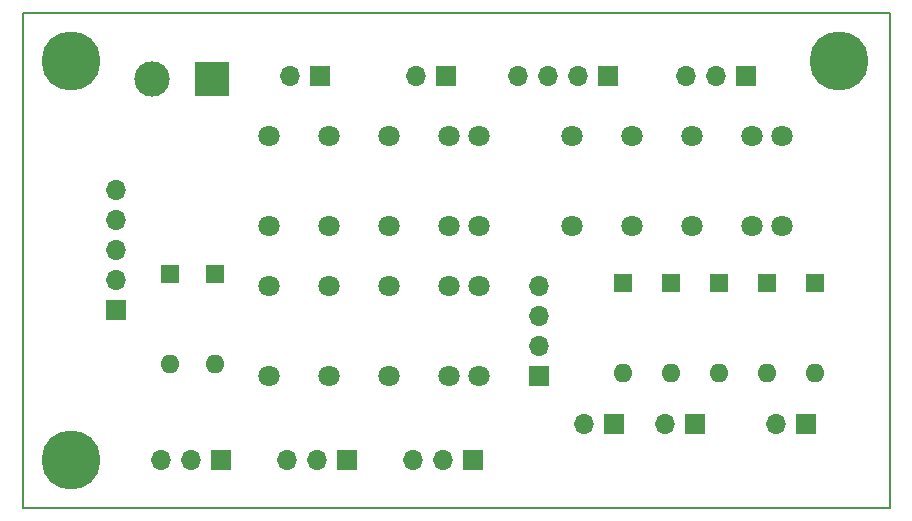
<source format=gtl>
G04 #@! TF.GenerationSoftware,KiCad,Pcbnew,5.0.2-bee76a0~70~ubuntu18.04.1*
G04 #@! TF.CreationDate,2020-04-21T14:12:21+02:00*
G04 #@! TF.ProjectId,FeuMontagne,4665754d-6f6e-4746-9167-6e652e6b6963,rev?*
G04 #@! TF.SameCoordinates,Original*
G04 #@! TF.FileFunction,Copper,L1,Top*
G04 #@! TF.FilePolarity,Positive*
%FSLAX46Y46*%
G04 Gerber Fmt 4.6, Leading zero omitted, Abs format (unit mm)*
G04 Created by KiCad (PCBNEW 5.0.2-bee76a0~70~ubuntu18.04.1) date mar. 21 avril 2020 14:12:21 CEST*
%MOMM*%
%LPD*%
G01*
G04 APERTURE LIST*
G04 #@! TA.AperFunction,NonConductor*
%ADD10C,0.150000*%
G04 #@! TD*
G04 #@! TA.AperFunction,ComponentPad*
%ADD11O,1.600000X1.600000*%
G04 #@! TD*
G04 #@! TA.AperFunction,ComponentPad*
%ADD12R,1.600000X1.600000*%
G04 #@! TD*
G04 #@! TA.AperFunction,ComponentPad*
%ADD13R,1.700000X1.700000*%
G04 #@! TD*
G04 #@! TA.AperFunction,ComponentPad*
%ADD14O,1.700000X1.700000*%
G04 #@! TD*
G04 #@! TA.AperFunction,ComponentPad*
%ADD15R,3.000000X3.000000*%
G04 #@! TD*
G04 #@! TA.AperFunction,ComponentPad*
%ADD16C,3.000000*%
G04 #@! TD*
G04 #@! TA.AperFunction,ComponentPad*
%ADD17C,1.800000*%
G04 #@! TD*
G04 #@! TA.AperFunction,ComponentPad*
%ADD18C,5.000000*%
G04 #@! TD*
G04 APERTURE END LIST*
D10*
X169672000Y-73914000D02*
X96266000Y-73914000D01*
X169672000Y-115824000D02*
X169672000Y-73914000D01*
X96266000Y-115824000D02*
X169672000Y-115824000D01*
X96266000Y-73914000D02*
X96266000Y-115824000D01*
D11*
G04 #@! TO.P,D1,2*
G04 #@! TO.N,Net-(D1-Pad2)*
X108712000Y-103632000D03*
D12*
G04 #@! TO.P,D1,1*
G04 #@! TO.N,Net-(D1-Pad1)*
X108712000Y-96012000D03*
G04 #@! TD*
D11*
G04 #@! TO.P,D2,2*
G04 #@! TO.N,Net-(D2-Pad2)*
X112522000Y-103632000D03*
D12*
G04 #@! TO.P,D2,1*
G04 #@! TO.N,Net-(D1-Pad1)*
X112522000Y-96012000D03*
G04 #@! TD*
D11*
G04 #@! TO.P,D3,2*
G04 #@! TO.N,Net-(D3-Pad2)*
X151130000Y-104394000D03*
D12*
G04 #@! TO.P,D3,1*
G04 #@! TO.N,Net-(D3-Pad1)*
X151130000Y-96774000D03*
G04 #@! TD*
G04 #@! TO.P,D4,1*
G04 #@! TO.N,Net-(D4-Pad1)*
X147066000Y-96774000D03*
D11*
G04 #@! TO.P,D4,2*
G04 #@! TO.N,Net-(D4-Pad2)*
X147066000Y-104394000D03*
G04 #@! TD*
D12*
G04 #@! TO.P,D5,1*
G04 #@! TO.N,Net-(D5-Pad1)*
X163322000Y-96774000D03*
D11*
G04 #@! TO.P,D5,2*
G04 #@! TO.N,Net-(D5-Pad2)*
X163322000Y-104394000D03*
G04 #@! TD*
D12*
G04 #@! TO.P,D6,1*
G04 #@! TO.N,Net-(D6-Pad1)*
X159258000Y-96774000D03*
D11*
G04 #@! TO.P,D6,2*
G04 #@! TO.N,Net-(D3-Pad2)*
X159258000Y-104394000D03*
G04 #@! TD*
D12*
G04 #@! TO.P,D7,1*
G04 #@! TO.N,Net-(D3-Pad2)*
X155194000Y-96774000D03*
D11*
G04 #@! TO.P,D7,2*
G04 #@! TO.N,Net-(D4-Pad2)*
X155194000Y-104394000D03*
G04 #@! TD*
D13*
G04 #@! TO.P,K1,1*
G04 #@! TO.N,Net-(K1-Pad1)*
X104140000Y-99060000D03*
D14*
G04 #@! TO.P,K1,2*
G04 #@! TO.N,Net-(K1-Pad2)*
X104140000Y-96520000D03*
G04 #@! TO.P,K1,3*
G04 #@! TO.N,Net-(D2-Pad2)*
X104140000Y-93980000D03*
G04 #@! TO.P,K1,4*
G04 #@! TO.N,Net-(D1-Pad2)*
X104140000Y-91440000D03*
G04 #@! TO.P,K1,5*
G04 #@! TO.N,Net-(K1-Pad5)*
X104140000Y-88900000D03*
G04 #@! TD*
D13*
G04 #@! TO.P,K2,1*
G04 #@! TO.N,Net-(K2-Pad1)*
X113030000Y-111760000D03*
D14*
G04 #@! TO.P,K2,2*
G04 #@! TO.N,Net-(D1-Pad2)*
X110490000Y-111760000D03*
G04 #@! TO.P,K2,3*
G04 #@! TO.N,Net-(D2-Pad2)*
X107950000Y-111760000D03*
G04 #@! TD*
D13*
G04 #@! TO.P,K3,1*
G04 #@! TO.N,Net-(K2-Pad1)*
X123698000Y-111760000D03*
D14*
G04 #@! TO.P,K3,2*
G04 #@! TO.N,Net-(D2-Pad2)*
X121158000Y-111760000D03*
G04 #@! TO.P,K3,3*
G04 #@! TO.N,Net-(D1-Pad2)*
X118618000Y-111760000D03*
G04 #@! TD*
G04 #@! TO.P,K4,3*
G04 #@! TO.N,Net-(K1-Pad2)*
X129286000Y-111760000D03*
G04 #@! TO.P,K4,2*
G04 #@! TO.N,Net-(K1-Pad1)*
X131826000Y-111760000D03*
D13*
G04 #@! TO.P,K4,1*
G04 #@! TO.N,Net-(K2-Pad1)*
X134366000Y-111760000D03*
G04 #@! TD*
D15*
G04 #@! TO.P,K5,1*
G04 #@! TO.N,Net-(K10-Pad4)*
X112268000Y-79502000D03*
D16*
G04 #@! TO.P,K5,2*
G04 #@! TO.N,Net-(K1-Pad5)*
X107188000Y-79502000D03*
G04 #@! TD*
D14*
G04 #@! TO.P,K6,3*
G04 #@! TO.N,Net-(K6-Pad3)*
X152400000Y-79248000D03*
G04 #@! TO.P,K6,2*
G04 #@! TO.N,Net-(K6-Pad2)*
X154940000Y-79248000D03*
D13*
G04 #@! TO.P,K6,1*
G04 #@! TO.N,Net-(K6-Pad1)*
X157480000Y-79248000D03*
G04 #@! TD*
G04 #@! TO.P,K7,1*
G04 #@! TO.N,Net-(K7-Pad1)*
X145796000Y-79248000D03*
D14*
G04 #@! TO.P,K7,2*
X143256000Y-79248000D03*
G04 #@! TO.P,K7,3*
X140716000Y-79248000D03*
G04 #@! TO.P,K7,4*
X138176000Y-79248000D03*
G04 #@! TD*
G04 #@! TO.P,K8,2*
G04 #@! TO.N,Net-(K8-Pad1)*
X129540000Y-79248000D03*
D13*
G04 #@! TO.P,K8,1*
X132080000Y-79248000D03*
G04 #@! TD*
G04 #@! TO.P,K9,1*
G04 #@! TO.N,Net-(K9-Pad1)*
X121412000Y-79248000D03*
D14*
G04 #@! TO.P,K9,2*
X118872000Y-79248000D03*
G04 #@! TD*
G04 #@! TO.P,K10,4*
G04 #@! TO.N,Net-(K10-Pad4)*
X139954000Y-97028000D03*
G04 #@! TO.P,K10,3*
G04 #@! TO.N,Net-(K10-Pad3)*
X139954000Y-99568000D03*
G04 #@! TO.P,K10,2*
G04 #@! TO.N,Net-(K10-Pad2)*
X139954000Y-102108000D03*
D13*
G04 #@! TO.P,K10,1*
G04 #@! TO.N,Net-(K10-Pad1)*
X139954000Y-104648000D03*
G04 #@! TD*
D14*
G04 #@! TO.P,K11,2*
G04 #@! TO.N,Net-(K10-Pad4)*
X143764000Y-108712000D03*
D13*
G04 #@! TO.P,K11,1*
G04 #@! TO.N,Net-(D3-Pad2)*
X146304000Y-108712000D03*
G04 #@! TD*
G04 #@! TO.P,K12,1*
G04 #@! TO.N,Net-(D4-Pad2)*
X162560000Y-108712000D03*
D14*
G04 #@! TO.P,K12,2*
G04 #@! TO.N,Net-(K12-Pad2)*
X160020000Y-108712000D03*
G04 #@! TD*
G04 #@! TO.P,K13,2*
G04 #@! TO.N,Net-(K12-Pad2)*
X150622000Y-108712000D03*
D13*
G04 #@! TO.P,K13,1*
G04 #@! TO.N,Net-(D5-Pad2)*
X153162000Y-108712000D03*
G04 #@! TD*
D17*
G04 #@! TO.P,RLY-A1,1*
G04 #@! TO.N,Net-(D3-Pad1)*
X160528000Y-91948000D03*
G04 #@! TO.P,RLY-A1,2*
G04 #@! TO.N,Net-(D4-Pad1)*
X157988000Y-91948000D03*
G04 #@! TO.P,RLY-A1,4*
G04 #@! TO.N,Net-(RLY-A1-Pad4)*
X152908000Y-91948000D03*
G04 #@! TO.P,RLY-A1,6*
G04 #@! TO.N,Net-(K10-Pad2)*
X147828000Y-91948000D03*
G04 #@! TO.P,RLY-A1,8*
G04 #@! TO.N,Net-(K10-Pad1)*
X142748000Y-91948000D03*
G04 #@! TO.P,RLY-A1,16*
G04 #@! TO.N,Net-(K1-Pad5)*
X160528000Y-84328000D03*
G04 #@! TO.P,RLY-A1,15*
X157988000Y-84328000D03*
G04 #@! TO.P,RLY-A1,13*
G04 #@! TO.N,Net-(K6-Pad1)*
X152908000Y-84328000D03*
G04 #@! TO.P,RLY-A1,11*
G04 #@! TO.N,Net-(K6-Pad2)*
X147828000Y-84328000D03*
G04 #@! TO.P,RLY-A1,9*
G04 #@! TO.N,Net-(K6-Pad3)*
X142748000Y-84328000D03*
G04 #@! TD*
G04 #@! TO.P,RLY-B1,9*
G04 #@! TO.N,Net-(RLY-B1-Pad9)*
X117094000Y-97028000D03*
G04 #@! TO.P,RLY-B1,11*
G04 #@! TO.N,Net-(RLY-B1-Pad11)*
X122174000Y-97028000D03*
G04 #@! TO.P,RLY-B1,13*
G04 #@! TO.N,Net-(K7-Pad1)*
X127254000Y-97028000D03*
G04 #@! TO.P,RLY-B1,15*
G04 #@! TO.N,Net-(K1-Pad5)*
X132334000Y-97028000D03*
G04 #@! TO.P,RLY-B1,16*
X134874000Y-97028000D03*
G04 #@! TO.P,RLY-B1,8*
G04 #@! TO.N,Net-(K10-Pad3)*
X117094000Y-104648000D03*
G04 #@! TO.P,RLY-B1,6*
G04 #@! TO.N,Net-(RLY-A1-Pad4)*
X122174000Y-104648000D03*
G04 #@! TO.P,RLY-B1,4*
G04 #@! TO.N,Net-(K1-Pad5)*
X127254000Y-104648000D03*
G04 #@! TO.P,RLY-B1,2*
G04 #@! TO.N,Net-(D6-Pad1)*
X132334000Y-104648000D03*
G04 #@! TO.P,RLY-B1,1*
G04 #@! TO.N,Net-(D5-Pad1)*
X134874000Y-104648000D03*
G04 #@! TD*
G04 #@! TO.P,RLY-C1,9*
G04 #@! TO.N,Net-(RLY-C1-Pad9)*
X117094000Y-84328000D03*
G04 #@! TO.P,RLY-C1,11*
G04 #@! TO.N,Net-(RLY-C1-Pad11)*
X122174000Y-84328000D03*
G04 #@! TO.P,RLY-C1,13*
G04 #@! TO.N,Net-(RLY-C1-Pad13)*
X127254000Y-84328000D03*
G04 #@! TO.P,RLY-C1,15*
G04 #@! TO.N,Net-(K1-Pad5)*
X132334000Y-84328000D03*
G04 #@! TO.P,RLY-C1,16*
X134874000Y-84328000D03*
G04 #@! TO.P,RLY-C1,8*
G04 #@! TO.N,Net-(K9-Pad1)*
X117094000Y-91948000D03*
G04 #@! TO.P,RLY-C1,6*
G04 #@! TO.N,Net-(K8-Pad1)*
X122174000Y-91948000D03*
G04 #@! TO.P,RLY-C1,4*
G04 #@! TO.N,Net-(RLY-B1-Pad9)*
X127254000Y-91948000D03*
G04 #@! TO.P,RLY-C1,2*
G04 #@! TO.N,Net-(RLY-C1-Pad2)*
X132334000Y-91948000D03*
G04 #@! TO.P,RLY-C1,1*
G04 #@! TO.N,Net-(D1-Pad1)*
X134874000Y-91948000D03*
G04 #@! TD*
D18*
G04 #@! TO.P,REF\002A\002A,1*
G04 #@! TO.N,N/C*
X100330000Y-111760000D03*
G04 #@! TD*
G04 #@! TO.P,REF\002A\002A,1*
G04 #@! TO.N,N/C*
X100330000Y-77978000D03*
G04 #@! TD*
G04 #@! TO.P,REF\002A\002A,1*
G04 #@! TO.N,N/C*
X165354000Y-77978000D03*
G04 #@! TD*
M02*

</source>
